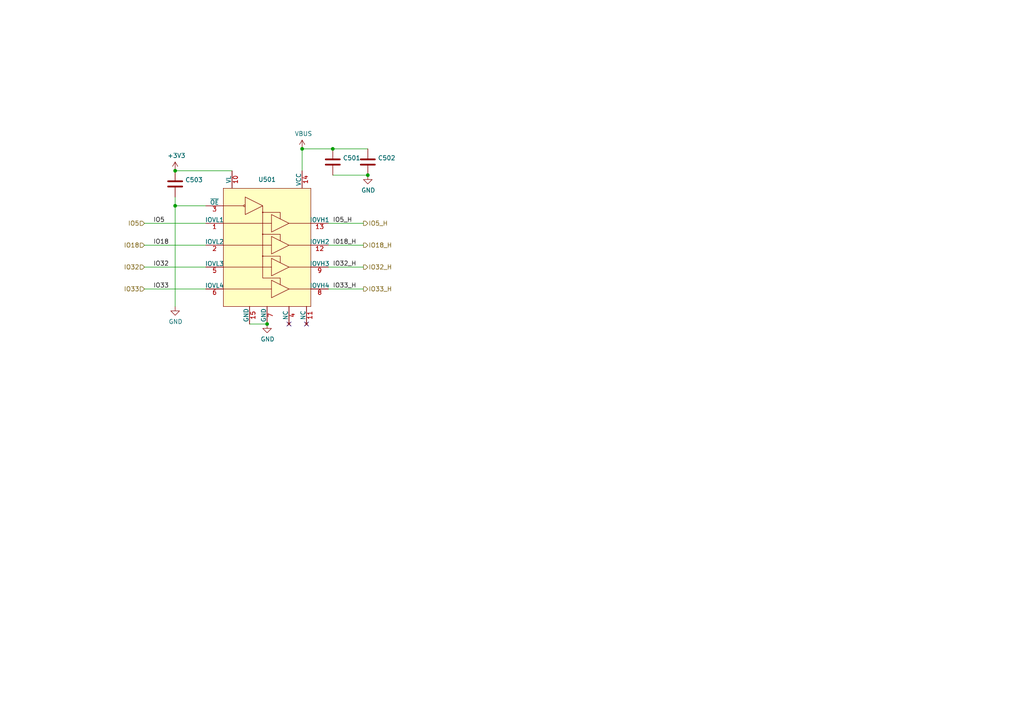
<source format=kicad_sch>
(kicad_sch (version 20211123) (generator eeschema)
  (paper "A4")
  (title_block (title "Wrover32 LED Controller") (date "2020-05-06") (rev "3.9") (company "Aaron Williams") (comment 1 "Copyright © 2020 by Aaron Williams"))
  (lib_symbols
    (symbol "Aaron:MAX3379EETD" (pin_names (offset 0))
      (property "Reference" "U" (at -6.35 17.78 0))
      (property "Value" "MAX3379EETD" (at 0.254 15.113 0))
      (symbol "MAX3379EETD_0_1"
        (rectangle (start -12.7 16.51) (end 12.7 -17.78) (fill (type background)))
        (circle (center -6.604 11.43) (radius 0.254))
        (circle (center -1.27 -3.175) (radius 0.127))
        (circle (center -1.27 3.175) (radius 0.127))
        (circle (center -1.27 9.525) (radius 0.127))
        (polyline (pts (xy -12.7 -12.7) (xy 1.27 -12.7)))
        (polyline (pts (xy -12.7 -6.35) (xy 1.27 -6.35)))
        (polyline (pts (xy -12.7 0) (xy 1.27 0)))
        (polyline (pts (xy -6.858 11.43) (xy -12.7 11.43)))
        (polyline (pts (xy 1.27 6.35) (xy -12.7 6.35)))
        (polyline (pts (xy 6.35 -12.7) (xy 12.7 -12.7)))
        (polyline (pts (xy 6.35 -6.35) (xy 12.7 -6.35)))
        (polyline (pts (xy 6.35 0) (xy 12.7 0)))
        (polyline (pts (xy 6.35 6.35) (xy 12.7 6.35)))
        (polyline (pts (xy -1.27 9.525) (xy 3.81 9.525) (xy 3.81 7.62)))
        (polyline (pts (xy -1.27 -3.175) (xy -1.27 -9.525) (xy 3.81 -9.525) (xy 3.81 -11.43)))
        (polyline (pts (xy -1.27 3.175) (xy -1.27 -3.175) (xy 3.81 -3.175) (xy 3.81 -5.08)))
        (polyline (pts (xy -1.27 11.43) (xy -1.27 3.175) (xy 3.81 3.175) (xy 3.81 1.27)))
        (polyline (pts (xy 1.27 8.89) (xy 1.27 3.81) (xy 6.35 6.35) (xy 1.27 8.89)))
      )
      (symbol "MAX3379EETD_1_1"
        (polyline (pts (xy -6.35 13.97) (xy -6.35 8.89) (xy -1.27 11.43) (xy -6.35 13.97)))
        (polyline (pts (xy 1.27 -10.16) (xy 1.27 -15.24) (xy 6.35 -12.7) (xy 1.27 -10.16)))
        (polyline (pts (xy 1.27 -3.81) (xy 1.27 -8.89) (xy 6.35 -6.35) (xy 1.27 -3.81)))
        (polyline (pts (xy 1.27 2.54) (xy 1.27 -2.54) (xy 6.35 0) (xy 1.27 2.54)))
        (pin input line (at -17.78 6.35 0) (length 5.08) (name "IOVL1") (number "1"))
        (pin power_in line (at -10.16 21.59 270) (length 5.08) (name "VL") (number "10"))
        (pin no_connect line (at 11.43 -22.86 90) (length 5.08) (name "NC") (number "11"))
        (pin output line (at 17.78 0 180) (length 5.08) (name "IOVH2") (number "12"))
        (pin output line (at 17.78 6.35 180) (length 5.08) (name "IOVH1") (number "13"))
        (pin power_in line (at 10.16 21.59 270) (length 5.08) (name "VCC") (number "14"))
        (pin power_in line (at -5.08 -22.86 90) (length 5.08) (name "GND") (number "15"))
        (pin input line (at -17.78 0 0) (length 5.08) (name "IOVL2") (number "2"))
        (pin input line (at -17.78 11.43 0) (length 5.08) (name "~{OE}") (number "3"))
        (pin no_connect line (at 6.35 -22.86 90) (length 5.08) (name "NC") (number "4"))
        (pin input line (at -17.78 -6.35 0) (length 5.08) (name "IOVL3") (number "5"))
        (pin input line (at -17.78 -12.7 0) (length 5.08) (name "IOVL4") (number "6"))
        (pin power_in line (at 0 -22.86 90) (length 5.08) (name "GND") (number "7"))
        (pin output line (at 17.78 -12.7 180) (length 5.08) (name "IOVH4") (number "8"))
        (pin output line (at 17.78 -6.35 180) (length 5.08) (name "IOVH3") (number "9"))
      )
    )
    (symbol "Device:C" (pin_numbers hide) (pin_names (offset 0.254))
      (property "Reference" "C" (at 0.635 2.54 0))
      (property "Value" "C" (at 0.635 -2.54 0))
      (symbol "C_0_1"
        (polyline (pts (xy -2.032 -0.762) (xy 2.032 -0.762)) (stroke (width 0.508)))
        (polyline (pts (xy -2.032 0.762) (xy 2.032 0.762)) (stroke (width 0.508)))
      )
      (symbol "C_1_1"
        (pin passive line (at 0 3.81 270) (length 2.794) (name "~") (number "1"))
        (pin passive line (at 0 -3.81 90) (length 2.794) (name "~") (number "2"))
      )
    )
    (symbol "power:+3.3V" (power) (pin_names (offset 0))
      (property "Value" "+3.3V" (at 0 3.556 0))
      (symbol "+3.3V_0_1"
        (polyline (pts (xy -0.762 1.27) (xy 0 2.54)))
        (polyline (pts (xy 0 0) (xy 0 2.54)))
        (polyline (pts (xy 0 2.54) (xy 0.762 1.27)))
      )
      (symbol "+3.3V_1_1"
        (pin power_in line (at 0 0 90) (length 0) hide (name "+3V3") (number "1"))
      )
    )
    (symbol "power:GND" (power) (pin_names (offset 0))
      (property "Value" "GND" (at 0 -3.81 0))
      (symbol "GND_0_1"
        (polyline (pts (xy 0 0) (xy 0 -1.27) (xy 1.27 -1.27) (xy 0 -2.54) (xy -1.27 -1.27) (xy 0 -1.27)))
      )
      (symbol "GND_1_1"
        (pin power_in line (at 0 0 270) (length 0) hide (name "GND") (number "1"))
      )
    )
    (symbol "power:VBUS" (power) (pin_names (offset 0))
      (property "Value" "VBUS" (at 0 3.81 0))
      (symbol "VBUS_0_1"
        (polyline (pts (xy -0.762 1.27) (xy 0 2.54)))
        (polyline (pts (xy 0 0) (xy 0 2.54)))
        (polyline (pts (xy 0 2.54) (xy 0.762 1.27)))
      )
      (symbol "VBUS_1_1"
        (pin power_in line (at 0 0 90) (length 0) hide (name "VBUS") (number "1"))
      )
    )
  )
  (junction (at 77.47 93.98))
  (junction (at 87.63 43.18))
  (junction (at 106.68 50.8))
  (junction (at 96.52 43.18))
  (junction (at 50.8 59.69))
  (junction (at 50.8 49.53))
  (no_connect (at 88.9 93.98))
  (no_connect (at 83.82 93.98))
  (wire (pts (xy 105.41 64.77) (xy 95.25 64.77)))
  (wire (pts (xy 59.69 77.47) (xy 41.91 77.47)))
  (wire (pts (xy 59.69 64.77) (xy 41.91 64.77)))
  (wire (pts (xy 106.68 50.8) (xy 96.52 50.8)))
  (wire (pts (xy 59.69 71.12) (xy 41.91 71.12)))
  (wire (pts (xy 72.39 93.98) (xy 77.47 93.98)))
  (wire (pts (xy 50.8 59.69) (xy 59.69 59.69)))
  (wire (pts (xy 50.8 49.53) (xy 67.31 49.53)))
  (wire (pts (xy 105.41 71.12) (xy 95.25 71.12)))
  (wire (pts (xy 96.52 43.18) (xy 106.68 43.18)))
  (wire (pts (xy 87.63 43.18) (xy 96.52 43.18)))
  (wire (pts (xy 41.91 83.82) (xy 59.69 83.82)))
  (wire (pts (xy 87.63 49.53) (xy 87.63 43.18)))
  (wire (pts (xy 50.8 57.15) (xy 50.8 59.69)))
  (wire (pts (xy 50.8 88.9) (xy 50.8 59.69)))
  (wire (pts (xy 105.41 77.47) (xy 95.25 77.47)))
  (wire (pts (xy 105.41 83.82) (xy 95.25 83.82)))
  (label "IO18_H" (at 96.52 71.12 0))
  (label "IO32" (at 44.45 77.47 0))
  (label "IO18" (at 44.45 71.12 0))
  (label "IO5_H" (at 96.52 64.77 0))
  (label "IO5" (at 44.45 64.77 0))
  (label "IO32_H" (at 96.52 77.47 0))
  (label "IO33_H" (at 96.52 83.82 0))
  (label "IO33" (at 44.45 83.82 0))
  (hierarchical_label "IO33" (shape input) (at 41.91 83.82 180))
  (hierarchical_label "IO5" (shape input) (at 41.91 64.77 180))
  (hierarchical_label "IO32" (shape input) (at 41.91 77.47 180))
  (hierarchical_label "IO33_H" (shape output) (at 105.41 83.82 0))
  (hierarchical_label "IO18" (shape input) (at 41.91 71.12 180))
  (hierarchical_label "IO5_H" (shape output) (at 105.41 64.77 0))
  (hierarchical_label "IO18_H" (shape output) (at 105.41 71.12 0))
  (hierarchical_label "IO32_H" (shape output) (at 105.41 77.47 0))
  (symbol (lib_id "Aaron:MAX3379EETD") (at 77.47 71.12 0) (unit 1)
    (property "Reference" "U501" (at 77.47 52.07 0))
    (property "Datasheet" "https://datasheets.maximintegrated.com/en/ds/MAX3372E-MAX3393E.pdf" (effects hide))
    (property "MFR" "Maxim Integrated" (effects hide))
    (property "MPN" "MAX3379EETD+" (effects hide))
    (property "SPR" "Mouser" (effects hide))
    (property "SPN" "700-MAX3379EETD+" (effects hide))
    (property "SPURL" "https://www.mouser.com/ProductDetail/Maxim-Integrated/MAX3379EETD%2b?qs=sGAEpiMZZMsty6Jaj0%252BBBlRGPtHFtfyPDGIN%252BTQVZtM%3D" (effects hide))
    (property "DESC" "Translation - Voltage Levels 15kV ESD-Protected, 1 A, 16Mbps, Dual/Quad Low-Voltage Level Translators in UCSP" (effects hide))
  )
  (symbol (lib_id "power:GND") (at 77.47 93.98 0) (unit 1)
    (property "Reference" "#PWR0505" (effects hide))
  )
  (symbol (lib_id "power:VBUS") (at 87.63 43.18 0) (unit 1)
    (property "Reference" "#PWR0501" (effects hide))
  )
  (symbol (lib_id "Device:C") (at 96.52 46.99 0) (unit 1)
    (property "Reference" "C501" (at 99.441 45.8216 0) (effects (justify left)))
    (property "Datasheet" "http://www.samsungsem.com/kr/support/product-search/mlcc/CL21B106KOQNNNE.jsp" (effects hide))
    (property "MFR" "Samsung" (effects hide))
    (property "MPN" "CL21B106KOQNNNE" (effects hide))
    (property "SPR" "Digikey" (effects hide))
    (property "SPN" "1276-2872-1-ND" (effects hide))
    (property "SPURL" "https://www.digikey.com/products/en?keywords=1276-2872-1-ND" (effects hide))
    (property "DESC" "CAP CER 10UF 16V X7R 0805" (effects hide))
  )
  (symbol (lib_id "Device:C") (at 106.68 46.99 0) (unit 1)
    (property "Reference" "C502" (at 109.601 45.8216 0) (effects (justify left)))
    (property "SPR" "Digikey" (effects hide))
  )
  (symbol (lib_id "power:GND") (at 106.68 50.8 0) (unit 1)
    (property "Reference" "#PWR0503" (effects hide))
  )
  (symbol (lib_id "power:GND") (at 50.8 88.9 0) (unit 1)
    (property "Reference" "#PWR0504" (effects hide))
  )
  (symbol (lib_id "Device:C") (at 50.8 53.34 0) (unit 1)
    (property "Reference" "C503" (at 53.721 52.1716 0) (effects (justify left)))
    (property "SPR" "Digikey" (effects hide))
  )
  (symbol (lib_id "power:+3.3V") (at 50.8 49.53 0) (unit 1)
    (property "Reference" "#PWR0502" (effects hide))
  )
)
</source>
